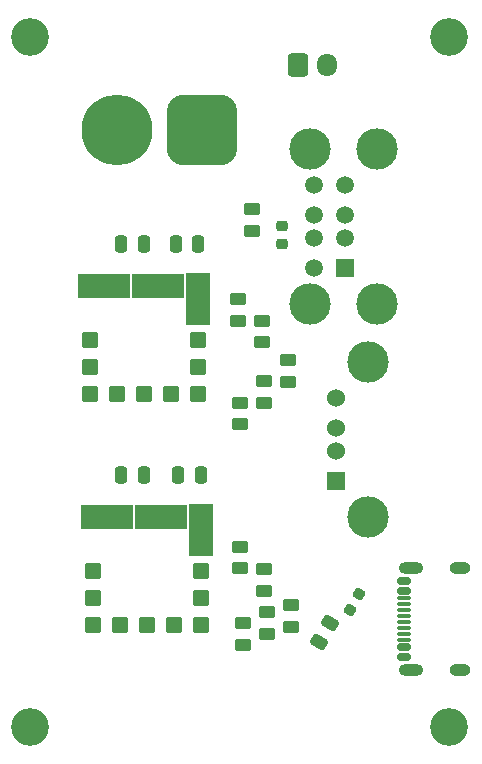
<source format=gbr>
%TF.GenerationSoftware,KiCad,Pcbnew,8.0.3*%
%TF.CreationDate,2024-06-16T21:04:04+09:00*%
%TF.ProjectId,USB_power,5553425f-706f-4776-9572-2e6b69636164,rev?*%
%TF.SameCoordinates,PX79d7e50PY830c570*%
%TF.FileFunction,Soldermask,Top*%
%TF.FilePolarity,Negative*%
%FSLAX46Y46*%
G04 Gerber Fmt 4.6, Leading zero omitted, Abs format (unit mm)*
G04 Created by KiCad (PCBNEW 8.0.3) date 2024-06-16 21:04:04*
%MOMM*%
%LPD*%
G01*
G04 APERTURE LIST*
G04 Aperture macros list*
%AMRoundRect*
0 Rectangle with rounded corners*
0 $1 Rounding radius*
0 $2 $3 $4 $5 $6 $7 $8 $9 X,Y pos of 4 corners*
0 Add a 4 corners polygon primitive as box body*
4,1,4,$2,$3,$4,$5,$6,$7,$8,$9,$2,$3,0*
0 Add four circle primitives for the rounded corners*
1,1,$1+$1,$2,$3*
1,1,$1+$1,$4,$5*
1,1,$1+$1,$6,$7*
1,1,$1+$1,$8,$9*
0 Add four rect primitives between the rounded corners*
20,1,$1+$1,$2,$3,$4,$5,0*
20,1,$1+$1,$4,$5,$6,$7,0*
20,1,$1+$1,$6,$7,$8,$9,0*
20,1,$1+$1,$8,$9,$2,$3,0*%
G04 Aperture macros list end*
%ADD10RoundRect,0.250000X-0.450000X0.262500X-0.450000X-0.262500X0.450000X-0.262500X0.450000X0.262500X0*%
%ADD11RoundRect,0.250000X0.450000X-0.262500X0.450000X0.262500X-0.450000X0.262500X-0.450000X-0.262500X0*%
%ADD12C,3.200000*%
%ADD13R,1.524000X1.524000*%
%ADD14C,1.524000*%
%ADD15C,3.500000*%
%ADD16RoundRect,0.150000X0.425000X-0.150000X0.425000X0.150000X-0.425000X0.150000X-0.425000X-0.150000X0*%
%ADD17RoundRect,0.075000X0.500000X-0.075000X0.500000X0.075000X-0.500000X0.075000X-0.500000X-0.075000X0*%
%ADD18O,2.100000X1.000000*%
%ADD19O,1.800000X1.000000*%
%ADD20RoundRect,0.250000X-0.250000X-0.475000X0.250000X-0.475000X0.250000X0.475000X-0.250000X0.475000X0*%
%ADD21RoundRect,0.250000X0.250000X0.475000X-0.250000X0.475000X-0.250000X-0.475000X0.250000X-0.475000X0*%
%ADD22RoundRect,0.218750X0.112544X-0.317568X0.331294X0.061318X-0.112544X0.317568X-0.331294X-0.061318X0*%
%ADD23RoundRect,0.102000X-0.571500X-0.571500X0.571500X-0.571500X0.571500X0.571500X-0.571500X0.571500X0*%
%ADD24RoundRect,0.102000X-2.095500X-0.952500X2.095500X-0.952500X2.095500X0.952500X-2.095500X0.952500X0*%
%ADD25RoundRect,0.102000X-0.952500X-2.095500X0.952500X-2.095500X0.952500X2.095500X-0.952500X2.095500X0*%
%ADD26RoundRect,0.250000X-0.258461X0.452332X-0.520961X-0.002332X0.258461X-0.452332X0.520961X0.002332X0*%
%ADD27RoundRect,0.250000X-0.600000X-0.725000X0.600000X-0.725000X0.600000X0.725000X-0.600000X0.725000X0*%
%ADD28O,1.700000X1.950000*%
%ADD29R,1.500000X1.500000*%
%ADD30C,1.500000*%
%ADD31RoundRect,1.500000X1.500000X1.500000X-1.500000X1.500000X-1.500000X-1.500000X1.500000X-1.500000X0*%
%ADD32C,6.000000*%
%ADD33RoundRect,0.218750X-0.256250X0.218750X-0.256250X-0.218750X0.256250X-0.218750X0.256250X0.218750X0*%
G04 APERTURE END LIST*
D10*
%TO.C,R9*%
X21138318Y39767082D03*
X21138318Y37942082D03*
%TD*%
D11*
%TO.C,R2*%
X23627518Y11424482D03*
X23627518Y13249482D03*
%TD*%
D12*
%TO.C,H1*%
X3561518Y61970482D03*
%TD*%
%TO.C,H2*%
X38994518Y61970482D03*
%TD*%
D11*
%TO.C,R1*%
X21595518Y10511982D03*
X21595518Y12336982D03*
%TD*%
D13*
%TO.C,J5*%
X29457018Y24378482D03*
D14*
X29457018Y26878482D03*
X29457018Y28878482D03*
X29457018Y31378482D03*
D15*
X32167018Y21308482D03*
X32167018Y34448482D03*
%TD*%
D11*
%TO.C,R7*%
X23373518Y30982482D03*
X23373518Y32807482D03*
%TD*%
D16*
%TO.C,J4*%
X35187518Y9494482D03*
X35187518Y10294482D03*
D17*
X35187518Y11444482D03*
X35187518Y12444482D03*
X35187518Y12944482D03*
X35187518Y13944482D03*
D16*
X35187518Y15094482D03*
X35187518Y15894482D03*
X35187518Y15894482D03*
X35187518Y15094482D03*
D17*
X35187518Y14444482D03*
X35187518Y13444482D03*
X35187518Y11944482D03*
X35187518Y10944482D03*
D16*
X35187518Y10294482D03*
X35187518Y9494482D03*
D18*
X35762518Y8374482D03*
D19*
X39942518Y8374482D03*
D18*
X35762518Y17014482D03*
D19*
X39942518Y17014482D03*
%TD*%
D12*
%TO.C,H3*%
X38994518Y3550482D03*
%TD*%
D20*
%TO.C,C1*%
X11247518Y24886482D03*
X13147518Y24886482D03*
%TD*%
D21*
%TO.C,C10*%
X17785518Y44444482D03*
X15885518Y44444482D03*
%TD*%
D10*
%TO.C,R10*%
X23170318Y37940182D03*
X23170318Y36115182D03*
%TD*%
D22*
%TO.C,D1*%
X30599767Y13409486D03*
X31387269Y14773478D03*
%TD*%
D23*
%TO.C,MD2*%
X8641518Y36316482D03*
D24*
X9784518Y40888482D03*
X14356518Y40888482D03*
D25*
X17785518Y39745482D03*
D23*
X17785518Y36316482D03*
X17785518Y31744482D03*
X13213518Y31744482D03*
X10927518Y31744482D03*
X8641518Y31744482D03*
X8641518Y34030482D03*
X17785518Y34030482D03*
X15499518Y31744482D03*
%TD*%
D26*
%TO.C,R11*%
X28909768Y12341730D03*
X27997268Y10761234D03*
%TD*%
D27*
%TO.C,J3*%
X26207518Y59557482D03*
D28*
X28707518Y59557482D03*
%TD*%
D21*
%TO.C,C5*%
X17973518Y24886482D03*
X16073518Y24886482D03*
%TD*%
D29*
%TO.C,J2*%
X30231518Y42412482D03*
D30*
X30231518Y44912482D03*
X30231518Y46912482D03*
X30231518Y49412482D03*
X27611518Y42412482D03*
X27611518Y44912482D03*
X27611518Y46912482D03*
X27611518Y49412482D03*
D15*
X32941518Y39342482D03*
X32941518Y52482482D03*
X27261518Y39342482D03*
X27261518Y52482482D03*
%TD*%
D23*
%TO.C,MD1*%
X8895518Y16758482D03*
D24*
X10038518Y21330482D03*
X14610518Y21330482D03*
D25*
X18039518Y20187482D03*
D23*
X18039518Y16758482D03*
X18039518Y12186482D03*
X13467518Y12186482D03*
X11181518Y12186482D03*
X8895518Y12186482D03*
X8895518Y14472482D03*
X18039518Y14472482D03*
X15753518Y12186482D03*
%TD*%
D10*
%TO.C,R4*%
X21290718Y18813982D03*
X21290718Y16988982D03*
%TD*%
%TO.C,R5*%
X23373518Y16908982D03*
X23373518Y15083982D03*
%TD*%
D31*
%TO.C,J1*%
X18127518Y54096482D03*
D32*
X10927518Y54096482D03*
%TD*%
D33*
%TO.C,D2*%
X24897518Y45993982D03*
X24897518Y44418982D03*
%TD*%
D11*
%TO.C,R3*%
X25659518Y12035982D03*
X25659518Y13860982D03*
%TD*%
%TO.C,R6*%
X21341518Y29157482D03*
X21341518Y30982482D03*
%TD*%
%TO.C,R8*%
X25405518Y32760482D03*
X25405518Y34585482D03*
%TD*%
%TO.C,R12*%
X22357518Y45563982D03*
X22357518Y47388982D03*
%TD*%
D12*
%TO.C,H4*%
X3561518Y3550482D03*
%TD*%
D20*
%TO.C,C2*%
X11247518Y44444482D03*
X13147518Y44444482D03*
%TD*%
M02*

</source>
